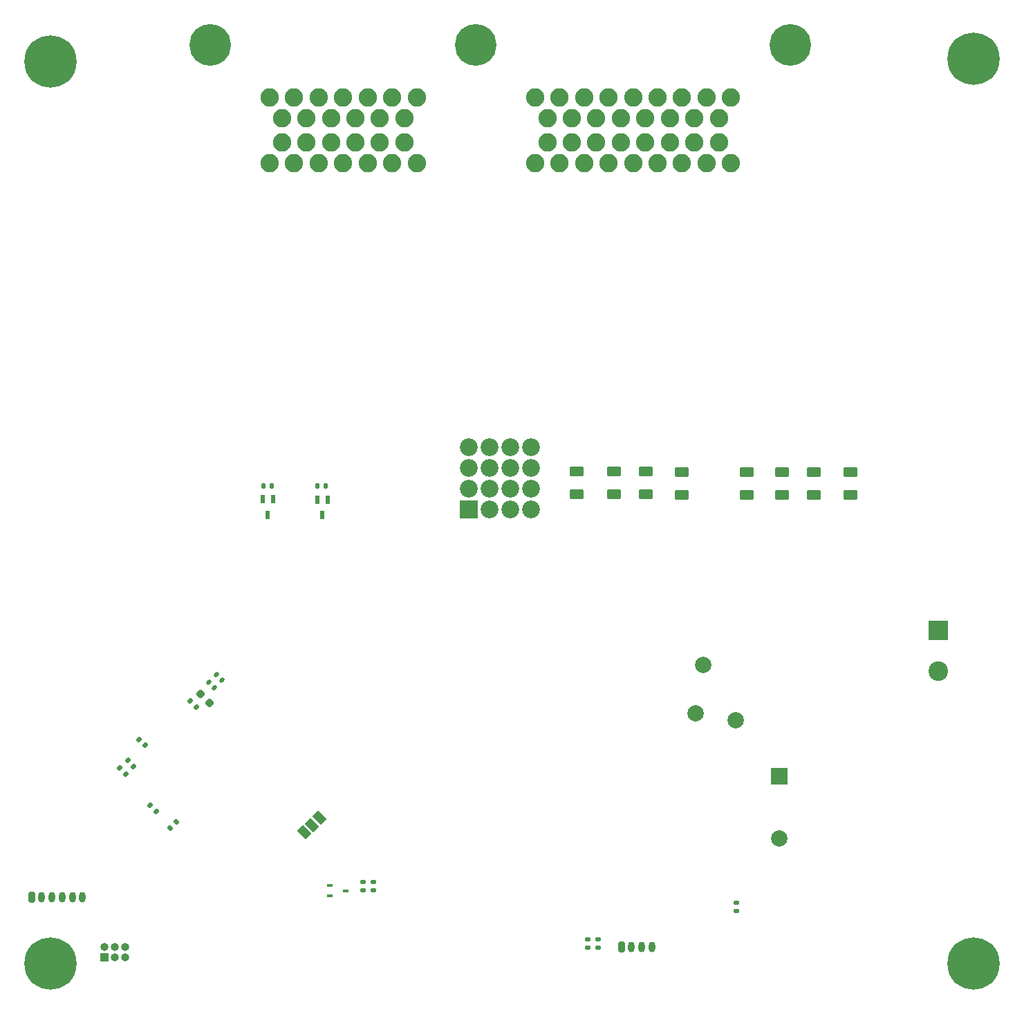
<source format=gbr>
%TF.GenerationSoftware,KiCad,Pcbnew,(6.0.8)*%
%TF.CreationDate,2023-05-29T03:20:35+02:00*%
%TF.ProjectId,pdms,70646d73-2e6b-4696-9361-645f70636258,rev?*%
%TF.SameCoordinates,Original*%
%TF.FileFunction,Soldermask,Bot*%
%TF.FilePolarity,Negative*%
%FSLAX46Y46*%
G04 Gerber Fmt 4.6, Leading zero omitted, Abs format (unit mm)*
G04 Created by KiCad (PCBNEW (6.0.8)) date 2023-05-29 03:20:35*
%MOMM*%
%LPD*%
G01*
G04 APERTURE LIST*
G04 Aperture macros list*
%AMRoundRect*
0 Rectangle with rounded corners*
0 $1 Rounding radius*
0 $2 $3 $4 $5 $6 $7 $8 $9 X,Y pos of 4 corners*
0 Add a 4 corners polygon primitive as box body*
4,1,4,$2,$3,$4,$5,$6,$7,$8,$9,$2,$3,0*
0 Add four circle primitives for the rounded corners*
1,1,$1+$1,$2,$3*
1,1,$1+$1,$4,$5*
1,1,$1+$1,$6,$7*
1,1,$1+$1,$8,$9*
0 Add four rect primitives between the rounded corners*
20,1,$1+$1,$2,$3,$4,$5,0*
20,1,$1+$1,$4,$5,$6,$7,0*
20,1,$1+$1,$6,$7,$8,$9,0*
20,1,$1+$1,$8,$9,$2,$3,0*%
%AMRotRect*
0 Rectangle, with rotation*
0 The origin of the aperture is its center*
0 $1 length*
0 $2 width*
0 $3 Rotation angle, in degrees counterclockwise*
0 Add horizontal line*
21,1,$1,$2,0,0,$3*%
G04 Aperture macros list end*
%ADD10C,2.000000*%
%ADD11RoundRect,0.200000X-0.200000X-0.450000X0.200000X-0.450000X0.200000X0.450000X-0.200000X0.450000X0*%
%ADD12O,0.800000X1.300000*%
%ADD13R,1.000000X1.000000*%
%ADD14O,1.000000X1.000000*%
%ADD15C,0.800000*%
%ADD16C,6.400000*%
%ADD17C,2.250000*%
%ADD18C,5.100000*%
%ADD19R,2.000000X2.000000*%
%ADD20R,2.175000X2.175000*%
%ADD21C,2.175000*%
%ADD22R,2.400000X2.400000*%
%ADD23C,2.400000*%
%ADD24RoundRect,0.135000X0.185000X-0.135000X0.185000X0.135000X-0.185000X0.135000X-0.185000X-0.135000X0*%
%ADD25RoundRect,0.135000X0.135000X0.185000X-0.135000X0.185000X-0.135000X-0.185000X0.135000X-0.185000X0*%
%ADD26RoundRect,0.135000X-0.226274X-0.035355X-0.035355X-0.226274X0.226274X0.035355X0.035355X0.226274X0*%
%ADD27RoundRect,0.135000X0.226274X0.035355X0.035355X0.226274X-0.226274X-0.035355X-0.035355X-0.226274X0*%
%ADD28RoundRect,0.250000X0.625000X-0.375000X0.625000X0.375000X-0.625000X0.375000X-0.625000X-0.375000X0*%
%ADD29R,0.700000X0.450000*%
%ADD30R,0.550000X1.000000*%
%ADD31RoundRect,0.135000X-0.185000X0.135000X-0.185000X-0.135000X0.185000X-0.135000X0.185000X0.135000X0*%
%ADD32RoundRect,0.135000X-0.135000X-0.185000X0.135000X-0.185000X0.135000X0.185000X-0.135000X0.185000X0*%
%ADD33RoundRect,0.140000X-0.219203X-0.021213X-0.021213X-0.219203X0.219203X0.021213X0.021213X0.219203X0*%
%ADD34RoundRect,0.218750X0.335876X0.026517X0.026517X0.335876X-0.335876X-0.026517X-0.026517X-0.335876X0*%
%ADD35RotRect,1.000000X1.500000X45.000000*%
%ADD36RoundRect,0.135000X0.035355X-0.226274X0.226274X-0.035355X-0.035355X0.226274X-0.226274X0.035355X0*%
G04 APERTURE END LIST*
D10*
%TO.C,TP3*%
X102108000Y-120904000D03*
%TD*%
D11*
%TO.C,J5*%
X92125000Y-155450000D03*
D12*
X93375000Y-155450000D03*
X94625000Y-155450000D03*
X95875000Y-155450000D03*
%TD*%
D13*
%TO.C,J1*%
X28830000Y-156725000D03*
D14*
X28830000Y-155455000D03*
X30100000Y-156725000D03*
X30100000Y-155455000D03*
X31370000Y-156725000D03*
X31370000Y-155455000D03*
%TD*%
D15*
%TO.C,H2*%
X136952056Y-44902944D03*
X135255000Y-44200000D03*
X133557944Y-48297056D03*
D16*
X135255000Y-46600000D03*
D15*
X132855000Y-46600000D03*
X133557944Y-44902944D03*
X135255000Y-49000000D03*
X136952056Y-48297056D03*
X137655000Y-46600000D03*
%TD*%
D17*
%TO.C,J2*%
X105558000Y-59396000D03*
X104058000Y-56896000D03*
X102558000Y-59396000D03*
X101058000Y-56896000D03*
X99558000Y-59396000D03*
X98058000Y-56896000D03*
X96558000Y-59396000D03*
X95058000Y-56896000D03*
X93558000Y-59396000D03*
X92058000Y-56896000D03*
X90558000Y-59396000D03*
X89058000Y-56896000D03*
X87558000Y-59396000D03*
X86058000Y-56896000D03*
X84558000Y-59396000D03*
X83058000Y-56896000D03*
X81558000Y-59396000D03*
X105558000Y-51396000D03*
X104058000Y-53896000D03*
X102558000Y-51396000D03*
X101058000Y-53896000D03*
X99558000Y-51396000D03*
X98058000Y-53896000D03*
X96558000Y-51396000D03*
X95058000Y-53896000D03*
X93558000Y-51396000D03*
X92058000Y-53896000D03*
X90558000Y-51396000D03*
X89058000Y-53896000D03*
X87558000Y-51396000D03*
X86058000Y-53896000D03*
X84558000Y-51396000D03*
X83058000Y-53896000D03*
X81558000Y-51396000D03*
X67058000Y-59396000D03*
X65558000Y-56896000D03*
X64058000Y-59396000D03*
X62558000Y-56896000D03*
X61058000Y-59396000D03*
X59558000Y-56896000D03*
X58058000Y-59396000D03*
X56558000Y-56896000D03*
X55058000Y-59396000D03*
X53558000Y-56896000D03*
X52058000Y-59396000D03*
X50558000Y-56896000D03*
X49058000Y-59396000D03*
X67058000Y-51396000D03*
X65558000Y-53896000D03*
X64058000Y-51396000D03*
X62558000Y-53896000D03*
X61058000Y-51396000D03*
X59558000Y-53896000D03*
X58058000Y-51396000D03*
X56558000Y-53896000D03*
X55058000Y-51396000D03*
X53558000Y-53896000D03*
X52058000Y-51396000D03*
X50558000Y-53896000D03*
X49058000Y-51396000D03*
D18*
X112808000Y-44896000D03*
X74308000Y-44896000D03*
X41808000Y-44896000D03*
%TD*%
D19*
%TO.C,BZ1*%
X111500000Y-134500000D03*
D10*
X111500000Y-142100000D03*
%TD*%
D11*
%TO.C,J4*%
X19892000Y-149352000D03*
D12*
X21142000Y-149352000D03*
X22392000Y-149352000D03*
X23642000Y-149352000D03*
X24892000Y-149352000D03*
X26142000Y-149352000D03*
%TD*%
D20*
%TO.C,J3*%
X73405500Y-101853500D03*
D21*
X75945500Y-101853500D03*
X78485500Y-101853500D03*
X81025500Y-101853500D03*
X73405500Y-99313500D03*
X75945500Y-99313500D03*
X78485500Y-99313500D03*
X81025500Y-99313500D03*
X73405500Y-96773500D03*
X75945500Y-96773500D03*
X78485500Y-96773500D03*
X81025500Y-96773500D03*
X73405500Y-94233500D03*
X75945500Y-94233500D03*
X78485500Y-94233500D03*
X81025500Y-94233500D03*
%TD*%
D15*
%TO.C,H1*%
X20527944Y-48687056D03*
D16*
X22225000Y-46990000D03*
D15*
X20527944Y-45292944D03*
X23922056Y-48687056D03*
X22225000Y-49390000D03*
X23922056Y-45292944D03*
X22225000Y-44590000D03*
X24625000Y-46990000D03*
X19825000Y-46990000D03*
%TD*%
D10*
%TO.C,TP4*%
X106095800Y-127685800D03*
%TD*%
D15*
%TO.C,H3*%
X23922056Y-159177056D03*
X20527944Y-155782944D03*
X23922056Y-155782944D03*
X24625000Y-157480000D03*
X20527944Y-159177056D03*
D16*
X22225000Y-157480000D03*
D15*
X19825000Y-157480000D03*
X22225000Y-159880000D03*
X22225000Y-155080000D03*
%TD*%
D10*
%TO.C,TP2*%
X101250000Y-126796800D03*
%TD*%
D15*
%TO.C,H4*%
X133557944Y-159177056D03*
X136952056Y-155782944D03*
X135255000Y-159880000D03*
X132855000Y-157480000D03*
D16*
X135255000Y-157480000D03*
D15*
X137655000Y-157480000D03*
X136952056Y-159177056D03*
X133557944Y-155782944D03*
X135255000Y-155080000D03*
%TD*%
D22*
%TO.C,C88*%
X130937000Y-116666000D03*
D23*
X130937000Y-121666000D03*
%TD*%
D24*
%TO.C,R72*%
X106250000Y-151000000D03*
X106250000Y-149980000D03*
%TD*%
D25*
%TO.C,R59*%
X49325400Y-98994400D03*
X48305400Y-98994400D03*
%TD*%
D26*
%TO.C,C44*%
X33062873Y-130014631D03*
X33784121Y-130735879D03*
%TD*%
D27*
%TO.C,C52*%
X40049480Y-126041584D03*
X39328232Y-125320336D03*
%TD*%
D28*
%TO.C,F12*%
X95156345Y-99935773D03*
X95156345Y-97135773D03*
%TD*%
D24*
%TO.C,R170*%
X89250000Y-155500000D03*
X89250000Y-154480000D03*
%TD*%
D27*
%TO.C,R73*%
X31410624Y-134260624D03*
X30689376Y-133539376D03*
%TD*%
D24*
%TO.C,R168*%
X61750000Y-148510000D03*
X61750000Y-147490000D03*
%TD*%
D28*
%TO.C,F11*%
X91193945Y-99977373D03*
X91193945Y-97177373D03*
%TD*%
%TO.C,F14*%
X107492800Y-100079000D03*
X107492800Y-97279000D03*
%TD*%
%TO.C,F15*%
X111760000Y-100079000D03*
X111760000Y-97279000D03*
%TD*%
%TO.C,F13*%
X99525145Y-100037373D03*
X99525145Y-97237373D03*
%TD*%
%TO.C,F17*%
X120142000Y-100076000D03*
X120142000Y-97276000D03*
%TD*%
D29*
%TO.C,D4*%
X56385800Y-149189200D03*
X56385800Y-147889200D03*
X58385800Y-148539200D03*
%TD*%
D30*
%TO.C,D28*%
X48175400Y-100594400D03*
X49475400Y-100594400D03*
X48825400Y-102494400D03*
%TD*%
D31*
%TO.C,R167*%
X60500000Y-147490000D03*
X60500000Y-148510000D03*
%TD*%
D32*
%TO.C,R58*%
X54915400Y-98994400D03*
X55935400Y-98994400D03*
%TD*%
D27*
%TO.C,R74*%
X32410624Y-133310624D03*
X31689376Y-132589376D03*
%TD*%
D30*
%TO.C,D27*%
X54875400Y-100610400D03*
X56175400Y-100610400D03*
X55525400Y-102510400D03*
%TD*%
D33*
%TO.C,C80*%
X42568195Y-122094515D03*
X43247017Y-122773337D03*
%TD*%
D28*
%TO.C,F10*%
X86674745Y-99977373D03*
X86674745Y-97177373D03*
%TD*%
D34*
%TO.C,L1*%
X41712243Y-125549084D03*
X40598549Y-124435390D03*
%TD*%
D35*
%TO.C,JP1*%
X53279522Y-141411478D03*
X54198761Y-140492239D03*
X55118000Y-139573000D03*
%TD*%
D28*
%TO.C,F16*%
X115697000Y-100082000D03*
X115697000Y-97282000D03*
%TD*%
D24*
%TO.C,R169*%
X88000000Y-155510000D03*
X88000000Y-154490000D03*
%TD*%
D26*
%TO.C,R56*%
X34439376Y-138089376D03*
X35160624Y-138810624D03*
%TD*%
D33*
%TO.C,C83*%
X41634249Y-123028463D03*
X42313071Y-123707285D03*
%TD*%
D36*
%TO.C,C51*%
X36889376Y-140860624D03*
X37610624Y-140139376D03*
%TD*%
M02*

</source>
